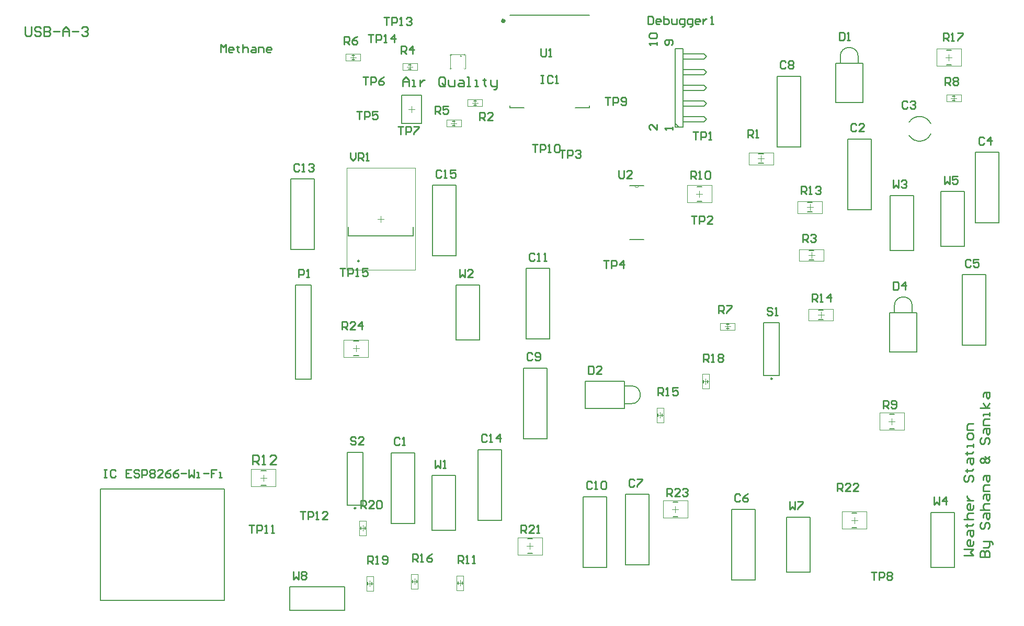
<source format=gto>
G04*
G04 #@! TF.GenerationSoftware,Altium Limited,Altium Designer,18.0.11 (651)*
G04*
G04 Layer_Color=65535*
%FSLAX25Y25*%
%MOIN*%
G70*
G01*
G75*
%ADD10C,0.00984*%
%ADD11C,0.02400*%
%ADD12C,0.00000*%
%ADD13C,0.00197*%
%ADD14C,0.00079*%
%ADD15C,0.00500*%
%ADD16C,0.00787*%
%ADD17C,0.00800*%
%ADD18C,0.00600*%
%ADD19C,0.01000*%
%ADD20C,0.00394*%
D10*
X280260Y342252D02*
G03*
X280260Y342252I-492J0D01*
G01*
X277996Y184756D02*
G03*
X277996Y184756I-492J0D01*
G01*
X543496Y267256D02*
G03*
X543496Y267256I-492J0D01*
G01*
D11*
X372366Y495287D02*
G03*
X372366Y495287I-394J0D01*
G01*
D12*
X455900Y390200D02*
G03*
X458300Y390200I1200J0D01*
G01*
D13*
X345398Y472902D02*
G03*
X345398Y472902I-394J0D01*
G01*
X347366Y464240D02*
G03*
X347957Y464831I0J591D01*
G01*
Y473492D02*
G03*
X347366Y474083I-591J0D01*
G01*
X338705D02*
G03*
X338114Y473492I0J-591D01*
G01*
Y464831D02*
G03*
X338705Y464240I591J0D01*
G01*
X347957Y464831D02*
Y465028D01*
Y473492D01*
X347169Y474083D02*
X347366D01*
X338705D02*
X347169D01*
X338114Y473295D02*
Y473492D01*
Y464831D02*
Y473295D01*
D14*
X339098Y473492D02*
G03*
X338705Y473098I0J-394D01*
G01*
X347366D02*
G03*
X346972Y473492I-394J0D01*
G01*
Y464831D02*
G03*
X347366Y465224I0J394D01*
G01*
X338705D02*
G03*
X339098Y464831I394J0D01*
G01*
D15*
X453653Y251291D02*
G03*
X453653Y262709I0J5709D01*
G01*
X632709Y313653D02*
G03*
X621291Y313653I-5709J0D01*
G01*
X598209Y472653D02*
G03*
X586791Y472653I-5709J0D01*
G01*
X426894Y439776D02*
Y441350D01*
X417839Y439776D02*
X426894D01*
X376106D02*
X385161D01*
X376106D02*
Y441350D01*
Y498831D02*
X426894D01*
X449323Y251291D02*
X453653Y251291D01*
X449323Y262709D02*
X453653Y262709D01*
X424126Y248339D02*
X449323Y248339D01*
X449323Y265661D02*
X449323Y248339D01*
X424126Y265661D02*
X449323Y265661D01*
X424126Y248339D02*
Y265661D01*
X632709Y309323D02*
Y313653D01*
X621291Y309323D02*
Y313653D01*
X635661Y284126D02*
Y309323D01*
X618339D02*
X635661D01*
X618339Y284126D02*
Y309323D01*
Y284126D02*
X635661D01*
X598209Y468323D02*
Y472653D01*
X586791Y468323D02*
Y472653D01*
X601161Y443126D02*
Y468323D01*
X583839D02*
X601161D01*
X583839Y443126D02*
Y468323D01*
Y443126D02*
X601161D01*
D16*
X630703Y422268D02*
G03*
X644503Y423226I6640J4232D01*
G01*
Y429774D02*
G03*
X630703Y430732I-7161J-3274D01*
G01*
X217610Y208724D02*
X220760D01*
X217610Y199276D02*
X220760D01*
X281122Y171213D02*
Y172787D01*
X283878Y171213D02*
Y172787D01*
X285622Y135898D02*
Y137472D01*
X288378Y135898D02*
Y137472D01*
X502378Y264713D02*
Y266287D01*
X499622Y264713D02*
Y266287D01*
X314122Y137213D02*
Y138787D01*
X316878Y137213D02*
Y138787D01*
X470622Y243213D02*
Y244787D01*
X473378Y243213D02*
Y244787D01*
X343122Y136213D02*
Y137787D01*
X345878Y136213D02*
Y137787D01*
X658398Y447378D02*
X659972D01*
X658398Y444622D02*
X659972D01*
X514213Y299122D02*
X515787D01*
X514213Y301878D02*
X515787D01*
X275528Y473378D02*
X277102D01*
X275528Y470622D02*
X277102D01*
X339713Y428622D02*
X341287D01*
X339713Y431378D02*
X341287D01*
X311713Y467378D02*
X313287D01*
X311713Y464622D02*
X313287D01*
X353213Y444378D02*
X354787D01*
X353213Y441622D02*
X354787D01*
X276610Y291224D02*
X279760D01*
X276610Y281776D02*
X279760D01*
X480110Y188724D02*
X483260D01*
X480110Y179276D02*
X483260D01*
X594240Y181724D02*
X597390D01*
X594240Y172276D02*
X597390D01*
X387425Y165224D02*
X390575D01*
X387425Y155776D02*
X390575D01*
X654425Y476724D02*
X657575D01*
X654425Y467276D02*
X657575D01*
X495425Y389724D02*
X498575D01*
X495425Y380276D02*
X498575D01*
X618110Y244724D02*
X621260D01*
X618110Y235276D02*
X621260D01*
X236000Y119500D02*
X271000D01*
X271000Y134500D01*
X236000D02*
X271000D01*
X236000Y119500D02*
X236000Y134500D01*
X552500Y144000D02*
Y179000D01*
Y144000D02*
X567500D01*
Y179000D01*
X552500D02*
X567500D01*
X651000Y351500D02*
Y386500D01*
Y351500D02*
X666000D01*
Y386500D01*
X651000D02*
X666000D01*
X644500Y147000D02*
Y182000D01*
Y147000D02*
X659500D01*
Y182000D01*
X644500D02*
X659500D01*
X618500Y349000D02*
Y384000D01*
Y349000D02*
X633500D01*
Y384000D01*
X618500D02*
X633500D01*
X342000Y292000D02*
Y327000D01*
Y292000D02*
X357000D01*
Y327000D01*
X342000D02*
X357000D01*
X326500Y170500D02*
Y205500D01*
Y170500D02*
X341500D01*
Y205500D01*
X326500D02*
X341500D01*
X273331Y358394D02*
Y363906D01*
Y358394D02*
X314669D01*
Y363906D01*
X572925Y310953D02*
X576075D01*
X572925Y305047D02*
X576075D01*
X565925Y379453D02*
X569075D01*
X565925Y373547D02*
X569075D01*
X566925Y348953D02*
X570075D01*
X566925Y343047D02*
X570075D01*
X272500Y186650D02*
X282500D01*
Y220350D01*
X272500D02*
X282500D01*
X272500Y186650D02*
Y220350D01*
X538000Y269150D02*
X548000D01*
Y302850D01*
X538000D02*
X548000D01*
X538000Y269150D02*
Y302850D01*
X534740Y410453D02*
X537890D01*
X534740Y404547D02*
X537890D01*
X249500Y267000D02*
Y327000D01*
X239500Y267000D02*
Y327000D01*
Y267000D02*
X249500D01*
X239500Y327000D02*
X249500D01*
X481500Y427500D02*
Y477500D01*
X486500Y474167D02*
X499833D01*
X501500Y472500D01*
X499833Y470833D02*
X501500Y472500D01*
X486500Y470833D02*
X499833D01*
X486500Y464167D02*
X499833D01*
X501500Y462500D01*
X499833Y460833D02*
X501500Y462500D01*
X486500Y460833D02*
X499833D01*
X486500Y454167D02*
X499833D01*
X501500Y452500D01*
X499833Y450833D02*
X501500Y452500D01*
X486500Y450833D02*
X499833D01*
X486500Y444167D02*
X499833D01*
X501500Y442500D01*
X499833Y440833D02*
X501500Y442500D01*
X486500Y440833D02*
X499833D01*
X486500Y434167D02*
X499833D01*
X501500Y432500D01*
X499833Y430833D02*
X501500Y432500D01*
X486500Y430833D02*
X499833D01*
X481500Y430000D02*
X484000Y427500D01*
X481500Y477500D02*
X486500D01*
Y427500D02*
Y477500D01*
X481500Y427500D02*
X486500D01*
X342000Y390500D02*
X342000Y345500D01*
X327000Y390500D02*
X342000D01*
X327000D02*
X327000Y345500D01*
X342000D01*
X356000Y177000D02*
Y222000D01*
Y177000D02*
X371000D01*
Y222000D01*
X356000D02*
X371000D01*
X236500Y349500D02*
Y394500D01*
Y349500D02*
X251500D01*
Y394500D01*
X236500D02*
X251500D01*
X401500Y337500D02*
X401500Y292500D01*
X386500Y337500D02*
X401500Y337500D01*
X386500Y337500D02*
X386500Y292500D01*
X401500Y292500D01*
X423000Y147000D02*
Y192000D01*
Y147000D02*
X438000D01*
Y192000D01*
X423000D02*
X438000D01*
X385000Y229000D02*
Y274000D01*
Y229000D02*
X400000D01*
Y274000D01*
X385000D02*
X400000D01*
X546500Y415000D02*
Y460000D01*
Y415000D02*
X561500D01*
Y460000D01*
X546500D02*
X561500D01*
X465000Y193500D02*
X465000Y148500D01*
X450000Y193500D02*
X465000D01*
X450000D02*
X450000Y148500D01*
X465000D01*
X532500Y184000D02*
X532500Y139000D01*
X517500Y184000D02*
X532500D01*
X517500D02*
X517500Y139000D01*
X532500D01*
X664500Y288500D02*
Y333500D01*
Y288500D02*
X679500D01*
Y333500D01*
X664500D02*
X679500D01*
X673000Y366500D02*
Y411500D01*
Y366500D02*
X688000D01*
Y411500D01*
X673000D02*
X688000D01*
X591500Y375000D02*
Y420000D01*
Y375000D02*
X606500D01*
Y420000D01*
X591500D02*
X606500D01*
X315500Y220000D02*
X315500Y175000D01*
X300500Y220000D02*
X315500D01*
X300500D02*
X300500Y175000D01*
X315500D01*
D17*
X115380Y126067D02*
X194120D01*
X115380D02*
Y196933D01*
X194120D01*
Y126067D02*
Y196933D01*
X319799Y429945D02*
Y448055D01*
X307201Y429945D02*
Y448055D01*
Y429945D02*
X319799D01*
X307201Y448055D02*
X319799D01*
D18*
X452500Y390200D02*
X455900D01*
X458300D01*
X461600D01*
X452500Y355800D02*
X461600D01*
D19*
X676003Y153500D02*
X682001D01*
Y156499D01*
X681001Y157499D01*
X680001D01*
X679002Y156499D01*
Y153500D01*
Y156499D01*
X678002Y157499D01*
X677002D01*
X676003Y156499D01*
Y153500D01*
X678002Y159498D02*
X681001D01*
X682001Y160498D01*
Y163497D01*
X683000D01*
X684000Y162497D01*
Y161497D01*
X682001Y163497D02*
X678002D01*
X677002Y175493D02*
X676003Y174493D01*
Y172494D01*
X677002Y171494D01*
X678002D01*
X679002Y172494D01*
Y174493D01*
X680001Y175493D01*
X681001D01*
X682001Y174493D01*
Y172494D01*
X681001Y171494D01*
X678002Y178492D02*
Y180491D01*
X679002Y181491D01*
X682001D01*
Y178492D01*
X681001Y177492D01*
X680001Y178492D01*
Y181491D01*
X676003Y183490D02*
X682001D01*
X679002D01*
X678002Y184490D01*
Y186489D01*
X679002Y187489D01*
X682001D01*
X678002Y190488D02*
Y192487D01*
X679002Y193487D01*
X682001D01*
Y190488D01*
X681001Y189488D01*
X680001Y190488D01*
Y193487D01*
X682001Y195486D02*
X678002D01*
Y198485D01*
X679002Y199485D01*
X682001D01*
X678002Y202484D02*
Y204484D01*
X679002Y205483D01*
X682001D01*
Y202484D01*
X681001Y201484D01*
X680001Y202484D01*
Y205483D01*
X682001Y217479D02*
X681001Y216480D01*
X682001Y215480D01*
Y214480D01*
X681001Y213481D01*
X680001D01*
X679002Y214480D01*
X678002Y213481D01*
X677002D01*
X676003Y214480D01*
Y215480D01*
X677002Y216480D01*
X678002D01*
X679002Y215480D01*
X680001Y216480D01*
X681001D01*
X679002Y217479D02*
X680001Y216480D01*
X679002Y214480D02*
Y215480D01*
X677002Y229475D02*
X676003Y228476D01*
Y226476D01*
X677002Y225477D01*
X678002D01*
X679002Y226476D01*
Y228476D01*
X680001Y229475D01*
X681001D01*
X682001Y228476D01*
Y226476D01*
X681001Y225477D01*
X678002Y232474D02*
Y234474D01*
X679002Y235473D01*
X682001D01*
Y232474D01*
X681001Y231475D01*
X680001Y232474D01*
Y235473D01*
X682001Y237473D02*
X678002D01*
Y240472D01*
X679002Y241472D01*
X682001D01*
Y243471D02*
Y245470D01*
Y244471D01*
X678002D01*
Y243471D01*
X682001Y248469D02*
X676003D01*
X680001D02*
X678002Y251468D01*
X680001Y248469D02*
X682001Y251468D01*
X678002Y255467D02*
Y257466D01*
X679002Y258466D01*
X682001D01*
Y255467D01*
X681001Y254467D01*
X680001Y255467D01*
Y258466D01*
X307800Y453500D02*
Y457499D01*
X309799Y459498D01*
X311799Y457499D01*
Y453500D01*
Y456499D01*
X307800D01*
X313798Y453500D02*
X315797D01*
X314798D01*
Y457499D01*
X313798D01*
X318796D02*
Y453500D01*
Y455499D01*
X319796Y456499D01*
X320796Y457499D01*
X321796D01*
X334791Y454500D02*
Y458498D01*
X333792Y459498D01*
X331792D01*
X330793Y458498D01*
Y454500D01*
X331792Y453500D01*
X333792D01*
X332792Y455499D02*
X334791Y453500D01*
X333792D02*
X334791Y454500D01*
X336791Y457499D02*
Y454500D01*
X337790Y453500D01*
X340789D01*
Y457499D01*
X343788D02*
X345788D01*
X346787Y456499D01*
Y453500D01*
X343788D01*
X342789Y454500D01*
X343788Y455499D01*
X346787D01*
X348787Y453500D02*
X350786D01*
X349786D01*
Y459498D01*
X348787D01*
X353785Y453500D02*
X355785D01*
X354785D01*
Y457499D01*
X353785D01*
X359783Y458498D02*
Y457499D01*
X358784D01*
X360783D01*
X359783D01*
Y454500D01*
X360783Y453500D01*
X363782Y457499D02*
Y454500D01*
X364782Y453500D01*
X367781D01*
Y452500D01*
X366781Y451501D01*
X365781D01*
X367781Y453500D02*
Y457499D01*
X67300Y491498D02*
Y486500D01*
X68300Y485500D01*
X70299D01*
X71299Y486500D01*
Y491498D01*
X77297Y490498D02*
X76297Y491498D01*
X74298D01*
X73298Y490498D01*
Y489499D01*
X74298Y488499D01*
X76297D01*
X77297Y487499D01*
Y486500D01*
X76297Y485500D01*
X74298D01*
X73298Y486500D01*
X79296Y491498D02*
Y485500D01*
X82295D01*
X83295Y486500D01*
Y487499D01*
X82295Y488499D01*
X79296D01*
X82295D01*
X83295Y489499D01*
Y490498D01*
X82295Y491498D01*
X79296D01*
X85294Y488499D02*
X89293D01*
X91292Y485500D02*
Y489499D01*
X93292Y491498D01*
X95291Y489499D01*
Y485500D01*
Y488499D01*
X91292D01*
X97290D02*
X101289D01*
X103288Y490498D02*
X104288Y491498D01*
X106287D01*
X107287Y490498D01*
Y489499D01*
X106287Y488499D01*
X105288D01*
X106287D01*
X107287Y487499D01*
Y486500D01*
X106287Y485500D01*
X104288D01*
X103288Y486500D01*
X665502Y154500D02*
X671500D01*
X669501Y156499D01*
X671500Y158499D01*
X665502D01*
X671500Y163497D02*
Y161498D01*
X670500Y160498D01*
X668501D01*
X667501Y161498D01*
Y163497D01*
X668501Y164497D01*
X669501D01*
Y160498D01*
X667501Y167496D02*
Y169495D01*
X668501Y170495D01*
X671500D01*
Y167496D01*
X670500Y166496D01*
X669501Y167496D01*
Y170495D01*
X666502Y173494D02*
X667501D01*
Y172494D01*
Y174494D01*
Y173494D01*
X670500D01*
X671500Y174494D01*
X665502Y177493D02*
X671500D01*
X668501D01*
X667501Y178492D01*
Y180492D01*
X668501Y181491D01*
X671500D01*
Y186490D02*
Y184490D01*
X670500Y183491D01*
X668501D01*
X667501Y184490D01*
Y186490D01*
X668501Y187489D01*
X669501D01*
Y183491D01*
X667501Y189489D02*
X671500D01*
X669501D01*
X668501Y190488D01*
X667501Y191488D01*
Y192488D01*
X666502Y205484D02*
X665502Y204484D01*
Y202484D01*
X666502Y201485D01*
X667501D01*
X668501Y202484D01*
Y204484D01*
X669501Y205484D01*
X670500D01*
X671500Y204484D01*
Y202484D01*
X670500Y201485D01*
X666502Y208483D02*
X667501D01*
Y207483D01*
Y209482D01*
Y208483D01*
X670500D01*
X671500Y209482D01*
X667501Y213481D02*
Y215480D01*
X668501Y216480D01*
X671500D01*
Y213481D01*
X670500Y212481D01*
X669501Y213481D01*
Y216480D01*
X666502Y219479D02*
X667501D01*
Y218479D01*
Y220479D01*
Y219479D01*
X670500D01*
X671500Y220479D01*
Y223478D02*
Y225477D01*
Y224477D01*
X667501D01*
Y223478D01*
X671500Y229476D02*
Y231475D01*
X670500Y232475D01*
X668501D01*
X667501Y231475D01*
Y229476D01*
X668501Y228476D01*
X670500D01*
X671500Y229476D01*
Y234474D02*
X667501D01*
Y237473D01*
X668501Y238473D01*
X671500D01*
X470000Y429332D02*
Y426000D01*
X466668Y429332D01*
X465835D01*
X465002Y428499D01*
Y426833D01*
X465835Y426000D01*
X480000D02*
Y427666D01*
Y426833D01*
X475002D01*
X475835Y426000D01*
X479167Y480000D02*
X480000Y480833D01*
Y482499D01*
X479167Y483332D01*
X475835D01*
X475002Y482499D01*
Y480833D01*
X475835Y480000D01*
X476668D01*
X477501Y480833D01*
Y483332D01*
X470000Y480000D02*
Y481666D01*
Y480833D01*
X465002D01*
X465835Y480000D01*
Y484165D02*
X465002Y484998D01*
Y486664D01*
X465835Y487498D01*
X469167D01*
X470000Y486664D01*
Y484998D01*
X469167Y484165D01*
X465835D01*
X212135Y212750D02*
Y218748D01*
X215134D01*
X216134Y217748D01*
Y215749D01*
X215134Y214749D01*
X212135D01*
X214134D02*
X216134Y212750D01*
X218133D02*
X220132D01*
X219133D01*
Y218748D01*
X218133Y217748D01*
X227130Y212750D02*
X223131D01*
X227130Y216749D01*
Y217748D01*
X226131Y218748D01*
X224131D01*
X223131Y217748D01*
X117500Y209298D02*
X119166D01*
X118333D01*
Y204300D01*
X117500D01*
X119166D01*
X124998Y208465D02*
X124164Y209298D01*
X122498D01*
X121665Y208465D01*
Y205133D01*
X122498Y204300D01*
X124164D01*
X124998Y205133D01*
X134994Y209298D02*
X131662D01*
Y204300D01*
X134994D01*
X131662Y206799D02*
X133328D01*
X139993Y208465D02*
X139160Y209298D01*
X137494D01*
X136661Y208465D01*
Y207632D01*
X137494Y206799D01*
X139160D01*
X139993Y205966D01*
Y205133D01*
X139160Y204300D01*
X137494D01*
X136661Y205133D01*
X141659Y204300D02*
Y209298D01*
X144158D01*
X144991Y208465D01*
Y206799D01*
X144158Y205966D01*
X141659D01*
X146657Y208465D02*
X147490Y209298D01*
X149156D01*
X149989Y208465D01*
Y207632D01*
X149156Y206799D01*
X149989Y205966D01*
Y205133D01*
X149156Y204300D01*
X147490D01*
X146657Y205133D01*
Y205966D01*
X147490Y206799D01*
X146657Y207632D01*
Y208465D01*
X147490Y206799D02*
X149156D01*
X154988Y204300D02*
X151656D01*
X154988Y207632D01*
Y208465D01*
X154155Y209298D01*
X152489D01*
X151656Y208465D01*
X159986Y209298D02*
X158320Y208465D01*
X156654Y206799D01*
Y205133D01*
X157487Y204300D01*
X159153D01*
X159986Y205133D01*
Y205966D01*
X159153Y206799D01*
X156654D01*
X164985Y209298D02*
X163319Y208465D01*
X161652Y206799D01*
Y205133D01*
X162485Y204300D01*
X164152D01*
X164985Y205133D01*
Y205966D01*
X164152Y206799D01*
X161652D01*
X166651D02*
X169983D01*
X171649Y209298D02*
Y204300D01*
X173315Y205966D01*
X174981Y204300D01*
Y209298D01*
X176647Y204300D02*
X178314D01*
X177481D01*
Y207632D01*
X176647D01*
X180813Y206799D02*
X184145D01*
X189144Y209298D02*
X185811D01*
Y206799D01*
X187477D01*
X185811D01*
Y204300D01*
X190810D02*
X192476D01*
X191643D01*
Y207632D01*
X190810D01*
X238100Y144398D02*
Y139400D01*
X239766Y141066D01*
X241432Y139400D01*
Y144398D01*
X243098Y143565D02*
X243931Y144398D01*
X245598D01*
X246431Y143565D01*
Y142732D01*
X245598Y141899D01*
X246431Y141066D01*
Y140233D01*
X245598Y139400D01*
X243931D01*
X243098Y140233D01*
Y141066D01*
X243931Y141899D01*
X243098Y142732D01*
Y143565D01*
X243931Y141899D02*
X245598D01*
X554600Y188898D02*
Y183900D01*
X556266Y185566D01*
X557932Y183900D01*
Y188898D01*
X559598D02*
X562931D01*
Y188065D01*
X559598Y184733D01*
Y183900D01*
X653100Y396398D02*
Y391400D01*
X654766Y393066D01*
X656432Y391400D01*
Y396398D01*
X661431D02*
X658098D01*
Y393899D01*
X659764Y394732D01*
X660598D01*
X661431Y393899D01*
Y392233D01*
X660598Y391400D01*
X658931D01*
X658098Y392233D01*
X646600Y191898D02*
Y186900D01*
X648266Y188566D01*
X649932Y186900D01*
Y191898D01*
X654098Y186900D02*
Y191898D01*
X651598Y189399D01*
X654931D01*
X620600Y393898D02*
Y388900D01*
X622266Y390566D01*
X623932Y388900D01*
Y393898D01*
X625598Y393065D02*
X626431Y393898D01*
X628098D01*
X628931Y393065D01*
Y392232D01*
X628098Y391399D01*
X627264D01*
X628098D01*
X628931Y390566D01*
Y389733D01*
X628098Y388900D01*
X626431D01*
X625598Y389733D01*
X344100Y336898D02*
Y331900D01*
X345766Y333566D01*
X347432Y331900D01*
Y336898D01*
X352431Y331900D02*
X349098D01*
X352431Y335232D01*
Y336065D01*
X351598Y336898D01*
X349931D01*
X349098Y336065D01*
X328600Y215398D02*
Y210400D01*
X330266Y212066D01*
X331932Y210400D01*
Y215398D01*
X333598Y210400D02*
X335264D01*
X334431D01*
Y215398D01*
X333598Y214565D01*
X274500Y411198D02*
Y407866D01*
X276166Y406200D01*
X277832Y407866D01*
Y411198D01*
X279498Y406200D02*
Y411198D01*
X281998D01*
X282831Y410365D01*
Y408699D01*
X281998Y407866D01*
X279498D01*
X281165D02*
X282831Y406200D01*
X284497D02*
X286163D01*
X285330D01*
Y411198D01*
X284497Y410365D01*
X396000Y477498D02*
Y473333D01*
X396833Y472500D01*
X398499D01*
X399332Y473333D01*
Y477498D01*
X400998Y472500D02*
X402665D01*
X401831D01*
Y477498D01*
X400998Y476665D01*
X445700Y399998D02*
Y395833D01*
X446533Y395000D01*
X448199D01*
X449032Y395833D01*
Y399998D01*
X454031Y395000D02*
X450698D01*
X454031Y398332D01*
Y399165D01*
X453198Y399998D01*
X451531D01*
X450698Y399165D01*
X606500Y143998D02*
X609832D01*
X608166D01*
Y139000D01*
X611498D02*
Y143998D01*
X613998D01*
X614831Y143165D01*
Y141499D01*
X613998Y140666D01*
X611498D01*
X616497Y143165D02*
X617330Y143998D01*
X618996D01*
X619829Y143165D01*
Y142332D01*
X618996Y141499D01*
X619829Y140666D01*
Y139833D01*
X618996Y139000D01*
X617330D01*
X616497Y139833D01*
Y140666D01*
X617330Y141499D01*
X616497Y142332D01*
Y143165D01*
X617330Y141499D02*
X618996D01*
X268000Y337498D02*
X271332D01*
X269666D01*
Y332500D01*
X272998D02*
Y337498D01*
X275498D01*
X276331Y336665D01*
Y334999D01*
X275498Y334166D01*
X272998D01*
X277997Y332500D02*
X279663D01*
X278830D01*
Y337498D01*
X277997Y336665D01*
X285494Y337498D02*
X282162D01*
Y334999D01*
X283828Y335832D01*
X284661D01*
X285494Y334999D01*
Y333333D01*
X284661Y332500D01*
X282995D01*
X282162Y333333D01*
X286000Y486498D02*
X289332D01*
X287666D01*
Y481500D01*
X290998D02*
Y486498D01*
X293498D01*
X294331Y485665D01*
Y483999D01*
X293498Y483166D01*
X290998D01*
X295997Y481500D02*
X297663D01*
X296830D01*
Y486498D01*
X295997Y485665D01*
X302661Y481500D02*
Y486498D01*
X300162Y483999D01*
X303494D01*
X296000Y497498D02*
X299332D01*
X297666D01*
Y492500D01*
X300998D02*
Y497498D01*
X303498D01*
X304331Y496665D01*
Y494999D01*
X303498Y494166D01*
X300998D01*
X305997Y492500D02*
X307663D01*
X306830D01*
Y497498D01*
X305997Y496665D01*
X310162D02*
X310995Y497498D01*
X312661D01*
X313494Y496665D01*
Y495832D01*
X312661Y494999D01*
X311828D01*
X312661D01*
X313494Y494166D01*
Y493333D01*
X312661Y492500D01*
X310995D01*
X310162Y493333D01*
X242500Y182498D02*
X245832D01*
X244166D01*
Y177500D01*
X247498D02*
Y182498D01*
X249998D01*
X250831Y181665D01*
Y179999D01*
X249998Y179166D01*
X247498D01*
X252497Y177500D02*
X254163D01*
X253330D01*
Y182498D01*
X252497Y181665D01*
X259994Y177500D02*
X256662D01*
X259994Y180832D01*
Y181665D01*
X259161Y182498D01*
X257495D01*
X256662Y181665D01*
X210000Y173998D02*
X213332D01*
X211666D01*
Y169000D01*
X214998D02*
Y173998D01*
X217498D01*
X218331Y173165D01*
Y171499D01*
X217498Y170666D01*
X214998D01*
X219997Y169000D02*
X221663D01*
X220830D01*
Y173998D01*
X219997Y173165D01*
X224162Y169000D02*
X225828D01*
X224995D01*
Y173998D01*
X224162Y173165D01*
X390500Y416498D02*
X393832D01*
X392166D01*
Y411500D01*
X395498D02*
Y416498D01*
X397998D01*
X398831Y415665D01*
Y413999D01*
X397998Y413166D01*
X395498D01*
X400497Y411500D02*
X402163D01*
X401330D01*
Y416498D01*
X400497Y415665D01*
X404662D02*
X405495Y416498D01*
X407161D01*
X407994Y415665D01*
Y412333D01*
X407161Y411500D01*
X405495D01*
X404662Y412333D01*
Y415665D01*
X437000Y446498D02*
X440332D01*
X438666D01*
Y441500D01*
X441998D02*
Y446498D01*
X444498D01*
X445331Y445665D01*
Y443999D01*
X444498Y443166D01*
X441998D01*
X446997Y442333D02*
X447830Y441500D01*
X449496D01*
X450329Y442333D01*
Y445665D01*
X449496Y446498D01*
X447830D01*
X446997Y445665D01*
Y444832D01*
X447830Y443999D01*
X450329D01*
X305000Y427998D02*
X308332D01*
X306666D01*
Y423000D01*
X309998D02*
Y427998D01*
X312498D01*
X313331Y427165D01*
Y425499D01*
X312498Y424666D01*
X309998D01*
X314997Y427998D02*
X318329D01*
Y427165D01*
X314997Y423833D01*
Y423000D01*
X282500Y459498D02*
X285832D01*
X284166D01*
Y454500D01*
X287498D02*
Y459498D01*
X289998D01*
X290831Y458665D01*
Y456999D01*
X289998Y456166D01*
X287498D01*
X295829Y459498D02*
X294163Y458665D01*
X292497Y456999D01*
Y455333D01*
X293330Y454500D01*
X294996D01*
X295829Y455333D01*
Y456166D01*
X294996Y456999D01*
X292497D01*
X278500Y437498D02*
X281832D01*
X280166D01*
Y432500D01*
X283498D02*
Y437498D01*
X285998D01*
X286831Y436665D01*
Y434999D01*
X285998Y434166D01*
X283498D01*
X291829Y437498D02*
X288497D01*
Y434999D01*
X290163Y435832D01*
X290996D01*
X291829Y434999D01*
Y433333D01*
X290996Y432500D01*
X289330D01*
X288497Y433333D01*
X436000Y342498D02*
X439332D01*
X437666D01*
Y337500D01*
X440998D02*
Y342498D01*
X443498D01*
X444331Y341665D01*
Y339999D01*
X443498Y339166D01*
X440998D01*
X448496Y337500D02*
Y342498D01*
X445997Y339999D01*
X449329D01*
X408000Y412998D02*
X411332D01*
X409666D01*
Y408000D01*
X412998D02*
Y412998D01*
X415498D01*
X416331Y412165D01*
Y410499D01*
X415498Y409666D01*
X412998D01*
X417997Y412165D02*
X418830Y412998D01*
X420496D01*
X421329Y412165D01*
Y411332D01*
X420496Y410499D01*
X419663D01*
X420496D01*
X421329Y409666D01*
Y408833D01*
X420496Y408000D01*
X418830D01*
X417997Y408833D01*
X492000Y370998D02*
X495332D01*
X493666D01*
Y366000D01*
X496998D02*
Y370998D01*
X499498D01*
X500331Y370165D01*
Y368499D01*
X499498Y367666D01*
X496998D01*
X505329Y366000D02*
X501997D01*
X505329Y369332D01*
Y370165D01*
X504496Y370998D01*
X502830D01*
X501997Y370165D01*
X493000Y424498D02*
X496332D01*
X494666D01*
Y419500D01*
X497998D02*
Y424498D01*
X500498D01*
X501331Y423665D01*
Y421999D01*
X500498Y421166D01*
X497998D01*
X502997Y419500D02*
X504663D01*
X503830D01*
Y424498D01*
X502997Y423665D01*
X543432Y311865D02*
X542599Y312698D01*
X540933D01*
X540100Y311865D01*
Y311032D01*
X540933Y310199D01*
X542599D01*
X543432Y309366D01*
Y308533D01*
X542599Y307700D01*
X540933D01*
X540100Y308533D01*
X545098Y307700D02*
X546765D01*
X545931D01*
Y312698D01*
X545098Y311865D01*
X277932Y229365D02*
X277099Y230198D01*
X275433D01*
X274600Y229365D01*
Y228532D01*
X275433Y227699D01*
X277099D01*
X277932Y226866D01*
Y226033D01*
X277099Y225200D01*
X275433D01*
X274600Y226033D01*
X282931Y225200D02*
X279598D01*
X282931Y228532D01*
Y229365D01*
X282098Y230198D01*
X280431D01*
X279598Y229365D01*
X269370Y298500D02*
Y303498D01*
X271869D01*
X272702Y302665D01*
Y300999D01*
X271869Y300166D01*
X269370D01*
X271036D02*
X272702Y298500D01*
X277701D02*
X274369D01*
X277701Y301832D01*
Y302665D01*
X276868Y303498D01*
X275202D01*
X274369Y302665D01*
X281866Y298500D02*
Y303498D01*
X279367Y300999D01*
X282699D01*
X476100Y192400D02*
Y197398D01*
X478599D01*
X479432Y196565D01*
Y194899D01*
X478599Y194066D01*
X476100D01*
X477766D02*
X479432Y192400D01*
X484431D02*
X481098D01*
X484431Y195732D01*
Y196565D01*
X483598Y197398D01*
X481931D01*
X481098Y196565D01*
X486097D02*
X486930Y197398D01*
X488596D01*
X489429Y196565D01*
Y195732D01*
X488596Y194899D01*
X487763D01*
X488596D01*
X489429Y194066D01*
Y193233D01*
X488596Y192400D01*
X486930D01*
X486097Y193233D01*
X585000Y195500D02*
Y200498D01*
X587499D01*
X588332Y199665D01*
Y197999D01*
X587499Y197166D01*
X585000D01*
X586666D02*
X588332Y195500D01*
X593331D02*
X589998D01*
X593331Y198832D01*
Y199665D01*
X592498Y200498D01*
X590831D01*
X589998Y199665D01*
X598329Y195500D02*
X594997D01*
X598329Y198832D01*
Y199665D01*
X597496Y200498D01*
X595830D01*
X594997Y199665D01*
X383400Y168900D02*
Y173898D01*
X385899D01*
X386732Y173065D01*
Y171399D01*
X385899Y170566D01*
X383400D01*
X385066D02*
X386732Y168900D01*
X391731D02*
X388398D01*
X391731Y172232D01*
Y173065D01*
X390898Y173898D01*
X389231D01*
X388398Y173065D01*
X393397Y168900D02*
X395063D01*
X394230D01*
Y173898D01*
X393397Y173065D01*
X281100Y184600D02*
Y189598D01*
X283599D01*
X284432Y188765D01*
Y187099D01*
X283599Y186266D01*
X281100D01*
X282766D02*
X284432Y184600D01*
X289431D02*
X286098D01*
X289431Y187932D01*
Y188765D01*
X288598Y189598D01*
X286931D01*
X286098Y188765D01*
X291097D02*
X291930Y189598D01*
X293596D01*
X294429Y188765D01*
Y185433D01*
X293596Y184600D01*
X291930D01*
X291097Y185433D01*
Y188765D01*
X285600Y149300D02*
Y154298D01*
X288099D01*
X288932Y153465D01*
Y151799D01*
X288099Y150966D01*
X285600D01*
X287266D02*
X288932Y149300D01*
X290598D02*
X292265D01*
X291431D01*
Y154298D01*
X290598Y153465D01*
X294764Y150133D02*
X295597Y149300D01*
X297263D01*
X298096Y150133D01*
Y153465D01*
X297263Y154298D01*
X295597D01*
X294764Y153465D01*
Y152632D01*
X295597Y151799D01*
X298096D01*
X499600Y278100D02*
Y283098D01*
X502099D01*
X502932Y282265D01*
Y280599D01*
X502099Y279766D01*
X499600D01*
X501266D02*
X502932Y278100D01*
X504598D02*
X506264D01*
X505431D01*
Y283098D01*
X504598Y282265D01*
X508764D02*
X509597Y283098D01*
X511263D01*
X512096Y282265D01*
Y281432D01*
X511263Y280599D01*
X512096Y279766D01*
Y278933D01*
X511263Y278100D01*
X509597D01*
X508764Y278933D01*
Y279766D01*
X509597Y280599D01*
X508764Y281432D01*
Y282265D01*
X509597Y280599D02*
X511263D01*
X652500Y482500D02*
Y487498D01*
X654999D01*
X655832Y486665D01*
Y484999D01*
X654999Y484166D01*
X652500D01*
X654166D02*
X655832Y482500D01*
X657498D02*
X659164D01*
X658331D01*
Y487498D01*
X657498Y486665D01*
X661664Y487498D02*
X664996D01*
Y486665D01*
X661664Y483333D01*
Y482500D01*
X314100Y150600D02*
Y155598D01*
X316599D01*
X317432Y154765D01*
Y153099D01*
X316599Y152266D01*
X314100D01*
X315766D02*
X317432Y150600D01*
X319098D02*
X320764D01*
X319931D01*
Y155598D01*
X319098Y154765D01*
X326596Y155598D02*
X324930Y154765D01*
X323264Y153099D01*
Y151433D01*
X324097Y150600D01*
X325763D01*
X326596Y151433D01*
Y152266D01*
X325763Y153099D01*
X323264D01*
X470600Y256600D02*
Y261598D01*
X473099D01*
X473932Y260765D01*
Y259099D01*
X473099Y258266D01*
X470600D01*
X472266D02*
X473932Y256600D01*
X475598D02*
X477264D01*
X476431D01*
Y261598D01*
X475598Y260765D01*
X483096Y261598D02*
X479764D01*
Y259099D01*
X481430Y259932D01*
X482263D01*
X483096Y259099D01*
Y257433D01*
X482263Y256600D01*
X480597D01*
X479764Y257433D01*
X568900Y316400D02*
Y321398D01*
X571399D01*
X572232Y320565D01*
Y318899D01*
X571399Y318066D01*
X568900D01*
X570566D02*
X572232Y316400D01*
X573898D02*
X575564D01*
X574731D01*
Y321398D01*
X573898Y320565D01*
X580563Y316400D02*
Y321398D01*
X578064Y318899D01*
X581396D01*
X561900Y384900D02*
Y389898D01*
X564399D01*
X565232Y389065D01*
Y387399D01*
X564399Y386566D01*
X561900D01*
X563566D02*
X565232Y384900D01*
X566898D02*
X568565D01*
X567731D01*
Y389898D01*
X566898Y389065D01*
X571064D02*
X571897Y389898D01*
X573563D01*
X574396Y389065D01*
Y388232D01*
X573563Y387399D01*
X572730D01*
X573563D01*
X574396Y386566D01*
Y385733D01*
X573563Y384900D01*
X571897D01*
X571064Y385733D01*
X343100Y149600D02*
Y154598D01*
X345599D01*
X346432Y153765D01*
Y152099D01*
X345599Y151266D01*
X343100D01*
X344766D02*
X346432Y149600D01*
X348098D02*
X349764D01*
X348931D01*
Y154598D01*
X348098Y153765D01*
X352264Y149600D02*
X353930D01*
X353097D01*
Y154598D01*
X352264Y153765D01*
X491500Y394500D02*
Y399498D01*
X493999D01*
X494832Y398665D01*
Y396999D01*
X493999Y396166D01*
X491500D01*
X493166D02*
X494832Y394500D01*
X496498D02*
X498165D01*
X497331D01*
Y399498D01*
X496498Y398665D01*
X500664D02*
X501497Y399498D01*
X503163D01*
X503996Y398665D01*
Y395333D01*
X503163Y394500D01*
X501497D01*
X500664Y395333D01*
Y398665D01*
X614100Y248400D02*
Y253398D01*
X616599D01*
X617432Y252565D01*
Y250899D01*
X616599Y250066D01*
X614100D01*
X615766D02*
X617432Y248400D01*
X619098Y249233D02*
X619931Y248400D01*
X621598D01*
X622431Y249233D01*
Y252565D01*
X621598Y253398D01*
X619931D01*
X619098Y252565D01*
Y251732D01*
X619931Y250899D01*
X622431D01*
X653600Y454400D02*
Y459398D01*
X656099D01*
X656932Y458565D01*
Y456899D01*
X656099Y456066D01*
X653600D01*
X655266D02*
X656932Y454400D01*
X658598Y458565D02*
X659431Y459398D01*
X661098D01*
X661931Y458565D01*
Y457732D01*
X661098Y456899D01*
X661931Y456066D01*
Y455233D01*
X661098Y454400D01*
X659431D01*
X658598Y455233D01*
Y456066D01*
X659431Y456899D01*
X658598Y457732D01*
Y458565D01*
X659431Y456899D02*
X661098D01*
X509400Y308900D02*
Y313898D01*
X511899D01*
X512732Y313065D01*
Y311399D01*
X511899Y310566D01*
X509400D01*
X511066D02*
X512732Y308900D01*
X514398Y313898D02*
X517731D01*
Y313065D01*
X514398Y309733D01*
Y308900D01*
X270700Y480400D02*
Y485398D01*
X273199D01*
X274032Y484565D01*
Y482899D01*
X273199Y482066D01*
X270700D01*
X272366D02*
X274032Y480400D01*
X279031Y485398D02*
X277364Y484565D01*
X275698Y482899D01*
Y481233D01*
X276531Y480400D01*
X278198D01*
X279031Y481233D01*
Y482066D01*
X278198Y482899D01*
X275698D01*
X328500Y436000D02*
Y440998D01*
X330999D01*
X331832Y440165D01*
Y438499D01*
X330999Y437666D01*
X328500D01*
X330166D02*
X331832Y436000D01*
X336831Y440998D02*
X333498D01*
Y438499D01*
X335164Y439332D01*
X335998D01*
X336831Y438499D01*
Y436833D01*
X335998Y436000D01*
X334331D01*
X333498Y436833D01*
X306900Y474400D02*
Y479398D01*
X309399D01*
X310232Y478565D01*
Y476899D01*
X309399Y476066D01*
X306900D01*
X308566D02*
X310232Y474400D01*
X314398D02*
Y479398D01*
X311898Y476899D01*
X315231D01*
X562900Y354400D02*
Y359398D01*
X565399D01*
X566232Y358565D01*
Y356899D01*
X565399Y356066D01*
X562900D01*
X564566D02*
X566232Y354400D01*
X567898Y358565D02*
X568731Y359398D01*
X570398D01*
X571231Y358565D01*
Y357732D01*
X570398Y356899D01*
X569564D01*
X570398D01*
X571231Y356066D01*
Y355233D01*
X570398Y354400D01*
X568731D01*
X567898Y355233D01*
X357000Y432000D02*
Y436998D01*
X359499D01*
X360332Y436165D01*
Y434499D01*
X359499Y433666D01*
X357000D01*
X358666D02*
X360332Y432000D01*
X365331D02*
X361998D01*
X365331Y435332D01*
Y436165D01*
X364498Y436998D01*
X362831D01*
X361998Y436165D01*
X527815Y421000D02*
Y425998D01*
X530314D01*
X531147Y425165D01*
Y423499D01*
X530314Y422666D01*
X527815D01*
X529481D02*
X531147Y421000D01*
X532813D02*
X534480D01*
X533646D01*
Y425998D01*
X532813Y425165D01*
X241600Y331900D02*
Y336898D01*
X244099D01*
X244932Y336065D01*
Y334399D01*
X244099Y333566D01*
X241600D01*
X246598Y331900D02*
X248265D01*
X247431D01*
Y336898D01*
X246598Y336065D01*
X191800Y475200D02*
Y480198D01*
X193466Y478532D01*
X195132Y480198D01*
Y475200D01*
X199298D02*
X197631D01*
X196798Y476033D01*
Y477699D01*
X197631Y478532D01*
X199298D01*
X200131Y477699D01*
Y476866D01*
X196798D01*
X202630Y479365D02*
Y478532D01*
X201797D01*
X203463D01*
X202630D01*
Y476033D01*
X203463Y475200D01*
X205962Y480198D02*
Y475200D01*
Y477699D01*
X206795Y478532D01*
X208461D01*
X209294Y477699D01*
Y475200D01*
X211793Y478532D02*
X213460D01*
X214293Y477699D01*
Y475200D01*
X211793D01*
X210961Y476033D01*
X211793Y476866D01*
X214293D01*
X215959Y475200D02*
Y478532D01*
X218458D01*
X219291Y477699D01*
Y475200D01*
X223456D02*
X221790D01*
X220957Y476033D01*
Y477699D01*
X221790Y478532D01*
X223456D01*
X224289Y477699D01*
Y476866D01*
X220957D01*
X396000Y460498D02*
X397666D01*
X396833D01*
Y455500D01*
X396000D01*
X397666D01*
X403498Y459665D02*
X402665Y460498D01*
X400998D01*
X400165Y459665D01*
Y456333D01*
X400998Y455500D01*
X402665D01*
X403498Y456333D01*
X405164Y455500D02*
X406830D01*
X405997D01*
Y460498D01*
X405164Y459665D01*
X464200Y498198D02*
Y493200D01*
X466699D01*
X467532Y494033D01*
Y497365D01*
X466699Y498198D01*
X464200D01*
X471698Y493200D02*
X470031D01*
X469198Y494033D01*
Y495699D01*
X470031Y496532D01*
X471698D01*
X472531Y495699D01*
Y494866D01*
X469198D01*
X474197Y498198D02*
Y493200D01*
X476696D01*
X477529Y494033D01*
Y494866D01*
Y495699D01*
X476696Y496532D01*
X474197D01*
X479195D02*
Y494033D01*
X480028Y493200D01*
X482527D01*
Y496532D01*
X485860Y491534D02*
X486693D01*
X487526Y492367D01*
Y496532D01*
X485027D01*
X484194Y495699D01*
Y494033D01*
X485027Y493200D01*
X487526D01*
X490858Y491534D02*
X491691D01*
X492524Y492367D01*
Y496532D01*
X490025D01*
X489192Y495699D01*
Y494033D01*
X490025Y493200D01*
X492524D01*
X496690D02*
X495023D01*
X494190Y494033D01*
Y495699D01*
X495023Y496532D01*
X496690D01*
X497522Y495699D01*
Y494866D01*
X494190D01*
X499189Y496532D02*
Y493200D01*
Y494866D01*
X500022Y495699D01*
X500855Y496532D01*
X501688D01*
X504187Y493200D02*
X505853D01*
X505020D01*
Y498198D01*
X504187Y497365D01*
X426400Y275398D02*
Y270400D01*
X428899D01*
X429732Y271233D01*
Y274565D01*
X428899Y275398D01*
X426400D01*
X434731Y270400D02*
X431398D01*
X434731Y273732D01*
Y274565D01*
X433898Y275398D01*
X432231D01*
X431398Y274565D01*
X620600Y329098D02*
Y324100D01*
X623099D01*
X623932Y324933D01*
Y328265D01*
X623099Y329098D01*
X620600D01*
X628098Y324100D02*
Y329098D01*
X625598Y326599D01*
X628931D01*
X586100Y488098D02*
Y483100D01*
X588599D01*
X589432Y483933D01*
Y487265D01*
X588599Y488098D01*
X586100D01*
X591098Y483100D02*
X592765D01*
X591931D01*
Y488098D01*
X591098Y487265D01*
X332432Y399565D02*
X331599Y400398D01*
X329933D01*
X329100Y399565D01*
Y396233D01*
X329933Y395400D01*
X331599D01*
X332432Y396233D01*
X334098Y395400D02*
X335765D01*
X334931D01*
Y400398D01*
X334098Y399565D01*
X341596Y400398D02*
X338264D01*
Y397899D01*
X339930Y398732D01*
X340763D01*
X341596Y397899D01*
Y396233D01*
X340763Y395400D01*
X339097D01*
X338264Y396233D01*
X361432Y231065D02*
X360599Y231898D01*
X358933D01*
X358100Y231065D01*
Y227733D01*
X358933Y226900D01*
X360599D01*
X361432Y227733D01*
X363098Y226900D02*
X364764D01*
X363931D01*
Y231898D01*
X363098Y231065D01*
X369763Y226900D02*
Y231898D01*
X367264Y229399D01*
X370596D01*
X241932Y403565D02*
X241099Y404398D01*
X239433D01*
X238600Y403565D01*
Y400233D01*
X239433Y399400D01*
X241099D01*
X241932Y400233D01*
X243598Y399400D02*
X245265D01*
X244431D01*
Y404398D01*
X243598Y403565D01*
X247764D02*
X248597Y404398D01*
X250263D01*
X251096Y403565D01*
Y402732D01*
X250263Y401899D01*
X249430D01*
X250263D01*
X251096Y401066D01*
Y400233D01*
X250263Y399400D01*
X248597D01*
X247764Y400233D01*
X391932Y346565D02*
X391099Y347398D01*
X389433D01*
X388600Y346565D01*
Y343233D01*
X389433Y342400D01*
X391099D01*
X391932Y343233D01*
X393598Y342400D02*
X395265D01*
X394431D01*
Y347398D01*
X393598Y346565D01*
X397764Y342400D02*
X399430D01*
X398597D01*
Y347398D01*
X397764Y346565D01*
X428432Y201065D02*
X427599Y201898D01*
X425933D01*
X425100Y201065D01*
Y197733D01*
X425933Y196900D01*
X427599D01*
X428432Y197733D01*
X430098Y196900D02*
X431765D01*
X430931D01*
Y201898D01*
X430098Y201065D01*
X434264D02*
X435097Y201898D01*
X436763D01*
X437596Y201065D01*
Y197733D01*
X436763Y196900D01*
X435097D01*
X434264Y197733D01*
Y201065D01*
X390432Y283065D02*
X389599Y283898D01*
X387933D01*
X387100Y283065D01*
Y279733D01*
X387933Y278900D01*
X389599D01*
X390432Y279733D01*
X392098D02*
X392931Y278900D01*
X394598D01*
X395431Y279733D01*
Y283065D01*
X394598Y283898D01*
X392931D01*
X392098Y283065D01*
Y282232D01*
X392931Y281399D01*
X395431D01*
X551932Y469065D02*
X551099Y469898D01*
X549433D01*
X548600Y469065D01*
Y465733D01*
X549433Y464900D01*
X551099D01*
X551932Y465733D01*
X553598Y469065D02*
X554431Y469898D01*
X556098D01*
X556931Y469065D01*
Y468232D01*
X556098Y467399D01*
X556931Y466566D01*
Y465733D01*
X556098Y464900D01*
X554431D01*
X553598Y465733D01*
Y466566D01*
X554431Y467399D01*
X553598Y468232D01*
Y469065D01*
X554431Y467399D02*
X556098D01*
X455432Y202565D02*
X454599Y203398D01*
X452933D01*
X452100Y202565D01*
Y199233D01*
X452933Y198400D01*
X454599D01*
X455432Y199233D01*
X457098Y203398D02*
X460431D01*
Y202565D01*
X457098Y199233D01*
Y198400D01*
X522932Y193065D02*
X522099Y193898D01*
X520433D01*
X519600Y193065D01*
Y189733D01*
X520433Y188900D01*
X522099D01*
X522932Y189733D01*
X527931Y193898D02*
X526264Y193065D01*
X524598Y191399D01*
Y189733D01*
X525431Y188900D01*
X527098D01*
X527931Y189733D01*
Y190566D01*
X527098Y191399D01*
X524598D01*
X669932Y342565D02*
X669099Y343398D01*
X667433D01*
X666600Y342565D01*
Y339233D01*
X667433Y338400D01*
X669099D01*
X669932Y339233D01*
X674931Y343398D02*
X671598D01*
Y340899D01*
X673265Y341732D01*
X674098D01*
X674931Y340899D01*
Y339233D01*
X674098Y338400D01*
X672431D01*
X671598Y339233D01*
X678432Y420565D02*
X677599Y421398D01*
X675933D01*
X675100Y420565D01*
Y417233D01*
X675933Y416400D01*
X677599D01*
X678432Y417233D01*
X682598Y416400D02*
Y421398D01*
X680098Y418899D01*
X683431D01*
X629732Y443465D02*
X628899Y444298D01*
X627233D01*
X626400Y443465D01*
Y440133D01*
X627233Y439300D01*
X628899D01*
X629732Y440133D01*
X631398Y443465D02*
X632231Y444298D01*
X633898D01*
X634731Y443465D01*
Y442632D01*
X633898Y441799D01*
X633065D01*
X633898D01*
X634731Y440966D01*
Y440133D01*
X633898Y439300D01*
X632231D01*
X631398Y440133D01*
X596932Y429065D02*
X596099Y429898D01*
X594433D01*
X593600Y429065D01*
Y425733D01*
X594433Y424900D01*
X596099D01*
X596932Y425733D01*
X601931Y424900D02*
X598598D01*
X601931Y428232D01*
Y429065D01*
X601098Y429898D01*
X599431D01*
X598598Y429065D01*
X305932Y229065D02*
X305099Y229898D01*
X303433D01*
X302600Y229065D01*
Y225733D01*
X303433Y224900D01*
X305099D01*
X305932Y225733D01*
X307598Y224900D02*
X309264D01*
X308431D01*
Y229898D01*
X307598Y229065D01*
D20*
X311531Y439000D02*
X315469D01*
X313500Y437032D02*
Y440969D01*
X211311Y198488D02*
Y209512D01*
X227059Y198488D02*
Y209512D01*
X211311D02*
X227059D01*
X211311Y198488D02*
X227059D01*
X217216Y204000D02*
X221153D01*
X219185Y202031D02*
Y205968D01*
X280335Y167276D02*
X284665D01*
X280335Y176724D02*
X284665D01*
X280335Y167276D02*
Y176724D01*
X284665Y167276D02*
Y176724D01*
X282500Y170130D02*
Y173870D01*
X280630Y172000D02*
X284370D01*
X284835Y131961D02*
X289165D01*
X284835Y141410D02*
X289165D01*
X284835Y131961D02*
Y141410D01*
X289165Y131961D02*
Y141410D01*
X287000Y134815D02*
Y138555D01*
X285130Y136685D02*
X288870D01*
X498835Y270224D02*
X503165D01*
X498835Y260776D02*
X503165D01*
Y270224D01*
X498835Y260776D02*
Y270224D01*
X501000Y263630D02*
Y267370D01*
X499130Y265500D02*
X502870D01*
X313335Y133276D02*
X317665D01*
X313335Y142724D02*
X317665D01*
X313335Y133276D02*
Y142724D01*
X317665Y133276D02*
Y142724D01*
X315500Y136130D02*
Y139870D01*
X313630Y138000D02*
X317370D01*
X469835Y239276D02*
X474165D01*
X469835Y248724D02*
X474165D01*
X469835Y239276D02*
Y248724D01*
X474165Y239276D02*
Y248724D01*
X472000Y242130D02*
Y245870D01*
X470130Y244000D02*
X473870D01*
X342335Y132276D02*
X346665D01*
X342335Y141724D02*
X346665D01*
X342335Y132276D02*
Y141724D01*
X346665Y132276D02*
Y141724D01*
X344500Y135130D02*
Y138870D01*
X342630Y137000D02*
X346370D01*
X654461Y443835D02*
Y448165D01*
X663909Y443835D02*
Y448165D01*
X654461D02*
X663909D01*
X654461Y443835D02*
X663909D01*
X657315Y446000D02*
X661055D01*
X659185Y444130D02*
Y447870D01*
X519724Y298335D02*
Y302665D01*
X510276Y298335D02*
Y302665D01*
Y298335D02*
X519724D01*
X510276Y302665D02*
X519724D01*
X513130Y300500D02*
X516870D01*
X515000Y298630D02*
Y302370D01*
X271591Y469835D02*
Y474165D01*
X281039Y469835D02*
Y474165D01*
X271591D02*
X281039D01*
X271591Y469835D02*
X281039D01*
X274445Y472000D02*
X278185D01*
X276315Y470130D02*
Y473870D01*
X345224Y427835D02*
Y432165D01*
X335776Y427835D02*
Y432165D01*
Y427835D02*
X345224D01*
X335776Y432165D02*
X345224D01*
X338630Y430000D02*
X342370D01*
X340500Y428130D02*
Y431870D01*
X307776Y463835D02*
Y468165D01*
X317224Y463835D02*
Y468165D01*
X307776D02*
X317224D01*
X307776Y463835D02*
X317224D01*
X310630Y466000D02*
X314370D01*
X312500Y464130D02*
Y467870D01*
X349276Y440835D02*
Y445165D01*
X358724Y440835D02*
Y445165D01*
X349276D02*
X358724D01*
X349276Y440835D02*
X358724D01*
X352130Y443000D02*
X355870D01*
X354000Y441130D02*
Y444870D01*
X270311Y280988D02*
Y292012D01*
X286059Y280988D02*
Y292012D01*
X270311D02*
X286059D01*
X270311Y280988D02*
X286059D01*
X276217Y286500D02*
X280153D01*
X278185Y284531D02*
Y288469D01*
X473811Y178488D02*
Y189512D01*
X489559Y178488D02*
Y189512D01*
X473811D02*
X489559D01*
X473811Y178488D02*
X489559D01*
X479716Y184000D02*
X483653D01*
X481685Y182032D02*
Y185968D01*
X587941Y171488D02*
Y182512D01*
X603689Y171488D02*
Y182512D01*
X587941D02*
X603689D01*
X587941Y171488D02*
X603689D01*
X593847Y177000D02*
X597784D01*
X595815Y175031D02*
Y178969D01*
X381126Y154988D02*
Y166012D01*
X396874Y154988D02*
Y166012D01*
X381126D02*
X396874D01*
X381126Y154988D02*
X396874D01*
X387032Y160500D02*
X390968D01*
X389000Y158531D02*
Y162469D01*
X648126Y466488D02*
Y477512D01*
X663874Y466488D02*
Y477512D01*
X648126D02*
X663874D01*
X648126Y466488D02*
X663874D01*
X654032Y472000D02*
X657969D01*
X656000Y470031D02*
Y473969D01*
X489126Y379488D02*
Y390512D01*
X504874Y379488D02*
Y390512D01*
X489126D02*
X504874D01*
X489126Y379488D02*
X504874D01*
X495031Y385000D02*
X498969D01*
X497000Y383032D02*
Y386968D01*
X611811Y234488D02*
Y245512D01*
X627559Y234488D02*
Y245512D01*
X611811D02*
X627559D01*
X611811Y234488D02*
X627559D01*
X617717Y240000D02*
X621654D01*
X619685Y238032D02*
Y241968D01*
X272150Y336543D02*
X315850D01*
X272150Y401504D02*
X315850D01*
X272150Y336543D02*
Y401504D01*
X315850Y336543D02*
Y401504D01*
X294000Y367055D02*
Y370992D01*
X292032Y369024D02*
X295969D01*
X566626Y304260D02*
Y311740D01*
X582374Y304260D02*
Y311740D01*
X566626D02*
X582374D01*
X566626Y304260D02*
X582374D01*
X572532Y308000D02*
X576469D01*
X574500Y306031D02*
Y309968D01*
X559626Y372760D02*
Y380240D01*
X575374Y372760D02*
Y380240D01*
X559626D02*
X575374D01*
X559626Y372760D02*
X575374D01*
X565531Y376500D02*
X569468D01*
X567500Y374532D02*
Y378468D01*
X560626Y342260D02*
Y349740D01*
X576374Y342260D02*
Y349740D01*
X560626D02*
X576374D01*
X560626Y342260D02*
X576374D01*
X566532Y346000D02*
X570469D01*
X568500Y344032D02*
Y347969D01*
X528441Y403760D02*
Y411240D01*
X544189Y403760D02*
Y411240D01*
X528441D02*
X544189D01*
X528441Y403760D02*
X544189D01*
X534346Y407500D02*
X538283D01*
X536315Y405532D02*
Y409469D01*
M02*

</source>
